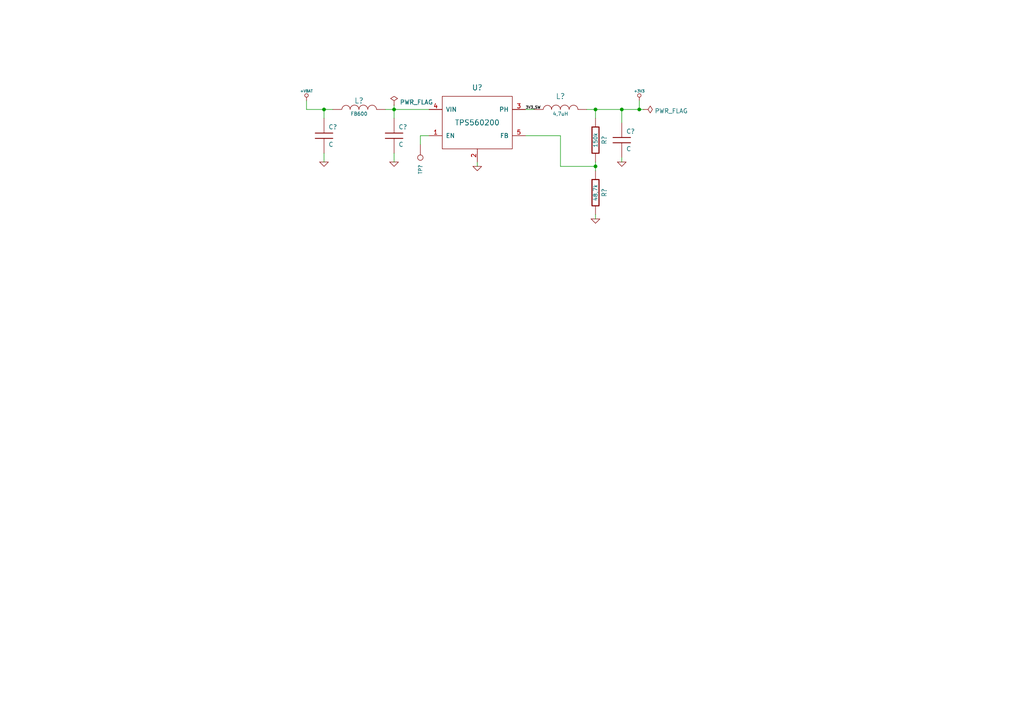
<source format=kicad_sch>
(kicad_sch (version 20211123) (generator eeschema)
  (paper "A4")
  (lib_symbols
    (symbol "INDUCTOR_1" (pin_numbers hide) (pin_names (offset 1.016) hide)
      (property "Reference" "L" (at -1.27 0 90))
      (property "Value" "INDUCTOR_1" (at 2.54 0 90))
      (symbol "INDUCTOR_1_0_1"
        (arc (start 0.0254 -5.0546) (mid 1.2449 -3.8097) (end 0.0254 -2.54))
        (arc (start 0.0254 -2.5146) (mid 1.2703 -1.2444) (end 0.0254 0.0508))
        (arc (start 0.0254 0.0254) (mid 1.2703 1.2956) (end 0.0254 2.5908))
        (arc (start 0.0254 2.5654) (mid 1.1941 3.7595) (end 0.0254 4.9784))
      )
      (symbol "INDUCTOR_1_1_1"
        (pin passive line (at 0 7.62 270) (length 2.54) (name "1") (number "1"))
        (pin passive line (at 0 -7.62 90) (length 2.54) (name "2") (number "2"))
      )
    )
    (symbol "carinsitu:+3V3" (power) (pin_names (offset 0))
      (property "Value" "+3V3" (at 0 2.794 0))
      (symbol "+3V3_0_0"
        (pin power_in line (at 0 0 90) (length 0) hide (name "+3V3") (number "1"))
      )
      (symbol "+3V3_0_1"
        (polyline (pts (xy 0 0) (xy 0 1.016) (xy 0 1.016)))
        (circle (center 0 1.524) (radius 0.508))
      )
    )
    (symbol "carinsitu:+VBAT" (power) (pin_names (offset 0))
      (property "Value" "+VBAT" (at 0 2.794 0))
      (symbol "+VBAT_0_0"
        (pin power_in line (at 0 0 90) (length 0) hide (name "+VBAT") (number "1"))
      )
      (symbol "+VBAT_0_1"
        (polyline (pts (xy 0 0) (xy 0 1.016) (xy 0 1.016)))
        (circle (center 0 1.524) (radius 0.508))
      )
    )
    (symbol "carinsitu:C" (pin_numbers hide) (pin_names (offset 0.254))
      (property "Reference" "C" (at 1.27 2.54 0))
      (property "Value" "C" (at 1.27 -2.54 0))
      (symbol "C_0_1"
        (polyline (pts (xy -2.54 -0.762) (xy 2.54 -0.762)) (stroke (width 0.254)))
        (polyline (pts (xy -2.54 0.762) (xy 2.54 0.762)) (stroke (width 0.254)))
      )
      (symbol "C_1_1"
        (pin passive line (at 0 5.08 270) (length 4.318) (name "~") (number "1"))
        (pin passive line (at 0 -5.08 90) (length 4.318) (name "~") (number "2"))
      )
    )
    (symbol "carinsitu:CONN_1" (pin_numbers hide) (pin_names (offset 0.762) hide)
      (property "Reference" "P" (at 2.032 0 0))
      (symbol "CONN_1_0_1"
        (polyline (pts (xy -0.762 0) (xy -1.27 0)))
        (circle (center 0 0) (radius 0.7874))
      )
      (symbol "CONN_1_1_1"
        (pin passive line (at -3.81 0 0) (length 2.54) (name "1") (number "1"))
      )
    )
    (symbol "carinsitu:GND" (power) (pin_names (offset 0))
      (symbol "GND_0_1"
        (polyline (pts (xy -1.27 0) (xy 0 -1.27) (xy 1.27 0) (xy -1.27 0)))
      )
      (symbol "GND_1_1"
        (pin power_in line (at 0 0 90) (length 0) hide (name "GND") (number "1"))
      )
    )
    (symbol "carinsitu:INDUCTOR" (pin_numbers hide) (pin_names (offset 1.016) hide)
      (property "Reference" "L" (at -1.27 0 90))
      (property "Value" "INDUCTOR" (at 2.54 0 90))
      (symbol "INDUCTOR_0_1"
        (arc (start 0.0254 -5.0546) (mid 1.2449 -3.8097) (end 0.0254 -2.54))
        (arc (start 0.0254 -2.5146) (mid 1.2703 -1.2444) (end 0.0254 0.0508))
        (arc (start 0.0254 0.0254) (mid 1.2703 1.2956) (end 0.0254 2.5908))
        (arc (start 0.0254 2.5654) (mid 1.1941 3.7595) (end 0.0254 4.9784))
      )
      (symbol "INDUCTOR_1_1"
        (pin passive line (at 0 7.62 270) (length 2.54) (name "1") (number "1"))
        (pin passive line (at 0 -7.62 90) (length 2.54) (name "2") (number "2"))
      )
    )
    (symbol "carinsitu:R" (pin_numbers hide) (pin_names (offset 0))
      (property "Reference" "R" (at 2.032 0 90))
      (property "Value" "R" (at 0 0 90))
      (symbol "R_0_1"
        (rectangle (start -1.016 3.81) (end 1.016 -3.81) (stroke (width 0.3048)))
      )
      (symbol "R_1_1"
        (pin passive line (at 0 6.35 270) (length 2.54) (name "~") (number "1"))
        (pin passive line (at 0 -6.35 90) (length 2.54) (name "~") (number "2"))
      )
    )
    (symbol "carinsitu:TPS560200" (pin_names (offset 1.016))
      (property "Reference" "U" (at 0 10.16 0))
      (property "Value" "TPS560200" (at 0 0 0))
      (symbol "TPS560200_0_1"
        (rectangle (start -10.16 -7.62) (end 10.16 7.62))
      )
      (symbol "TPS560200_1_1"
        (pin input line (at -13.97 -3.81 0) (length 3.81) (name "EN") (number "1"))
        (pin power_in line (at 0 -11.43 90) (length 3.81) (name "~") (number "2"))
        (pin power_out line (at 13.97 3.81 180) (length 3.81) (name "PH") (number "3"))
        (pin power_in line (at -13.97 3.81 0) (length 3.81) (name "VIN") (number "4"))
        (pin input line (at 13.97 -3.81 180) (length 3.81) (name "FB") (number "5"))
      )
    )
    (symbol "power:PWR_FLAG" (power) (pin_numbers hide) (pin_names (offset 0) hide)
      (property "Value" "PWR_FLAG" (at 0 3.81 0))
      (symbol "PWR_FLAG_0_0"
        (pin power_out line (at 0 0 90) (length 0) (name "pwr") (number "1"))
      )
      (symbol "PWR_FLAG_0_1"
        (polyline (pts (xy 0 0) (xy 0 1.27) (xy -1.016 1.905) (xy 0 2.54) (xy 1.016 1.905) (xy 0 1.27)))
      )
    )
  )
  (junction (at 185.42 31.75))
  (junction (at 180.34 31.75))
  (junction (at 172.72 31.75))
  (junction (at 93.98 31.75))
  (junction (at 114.3 31.75))
  (junction (at 172.72 48.26))
  (wire (pts (xy 180.34 31.75) (xy 185.42 31.75)))
  (wire (pts (xy 88.9 31.75) (xy 93.98 31.75)))
  (wire (pts (xy 114.3 30.48) (xy 114.3 31.75)))
  (wire (pts (xy 121.92 41.91) (xy 121.92 39.37)))
  (wire (pts (xy 162.56 39.37) (xy 152.4 39.37)))
  (wire (pts (xy 114.3 46.99) (xy 114.3 44.45)))
  (wire (pts (xy 114.3 31.75) (xy 124.46 31.75)))
  (wire (pts (xy 114.3 34.29) (xy 114.3 31.75)))
  (wire (pts (xy 93.98 34.29) (xy 93.98 31.75)))
  (wire (pts (xy 152.4 31.75) (xy 154.94 31.75)))
  (wire (pts (xy 172.72 49.53) (xy 172.72 48.26)))
  (wire (pts (xy 172.72 48.26) (xy 162.56 48.26)))
  (wire (pts (xy 172.72 48.26) (xy 172.72 46.99)))
  (wire (pts (xy 88.9 29.21) (xy 88.9 31.75)))
  (wire (pts (xy 170.18 31.75) (xy 172.72 31.75)))
  (wire (pts (xy 162.56 48.26) (xy 162.56 39.37)))
  (wire (pts (xy 121.92 39.37) (xy 124.46 39.37)))
  (wire (pts (xy 138.43 48.26) (xy 138.43 46.99)))
  (wire (pts (xy 172.72 63.5) (xy 172.72 62.23)))
  (wire (pts (xy 111.76 31.75) (xy 114.3 31.75)))
  (wire (pts (xy 180.34 31.75) (xy 180.34 35.56)))
  (wire (pts (xy 185.42 31.75) (xy 185.42 29.21)))
  (wire (pts (xy 185.42 31.75) (xy 186.69 31.75)))
  (wire (pts (xy 93.98 31.75) (xy 96.52 31.75)))
  (wire (pts (xy 172.72 34.29) (xy 172.72 31.75)))
  (wire (pts (xy 172.72 31.75) (xy 180.34 31.75)))
  (wire (pts (xy 93.98 46.99) (xy 93.98 44.45)))
  (wire (pts (xy 180.34 46.99) (xy 180.34 45.72)))
  (label "3V3_SW" (at 152.4 31.75 0) (effects (font (size 0.762 0.762))))
  (symbol (lib_id "carinsitu:R") (at 172.72 40.64 0) (unit 1)
    (property "Reference" "R?" (at 175.26 40.64 90))
    (property "Value" "150k" (at 172.72 40.64 90) (effects (font (size 1.143 1.143))))
    (property "Footprint" "carinsitu:SMD0603" (effects hide))
  )
  (symbol (lib_id "carinsitu:GND") (at 93.98 46.99 0) (unit 1)
    (property "Reference" "#PWR?" (effects hide))
    (property "Value" "GND" (effects hide))
  )
  (symbol (lib_id "carinsitu:TPS560200") (at 138.43 35.56 0) (unit 1)
    (property "Reference" "U?" (at 138.43 25.4 0) (effects (font (size 1.524 1.524))))
    (property "Value" "TPS560200" (at 138.43 35.56 0) (effects (font (size 1.524 1.524))))
    (property "Footprint" "carinsitu:SOT23-5" (effects hide))
  )
  (symbol (lib_id "carinsitu:GND") (at 114.3 46.99 0) (unit 1)
    (property "Reference" "#PWR?" (effects hide))
    (property "Value" "GND" (effects hide))
  )
  (symbol (lib_id "carinsitu:C") (at 180.34 40.64 0) (unit 1)
    (property "Reference" "C?" (at 181.61 38.1 0) (effects (justify left)))
    (property "Value" "C" (at 181.61 43.18 0) (effects (justify left)))
    (property "Footprint" "carinsitu:SMD1210" (effects hide))
  )
  (symbol (lib_id "carinsitu:+3V3") (at 185.42 29.21 0) (unit 1)
    (property "Reference" "#PWR?" (effects hide))
    (property "Value" "+3V3" (at 185.42 26.416 0) (effects (font (size 0.762 0.762))))
  )
  (symbol (lib_id "carinsitu:R") (at 172.72 55.88 0) (unit 1)
    (property "Reference" "R?" (at 175.26 55.88 90))
    (property "Value" "48,7k" (at 172.72 55.88 90) (effects (font (size 1.143 1.143))))
    (property "Footprint" "carinsitu:SMD0603" (effects hide))
  )
  (symbol (lib_id "carinsitu:GND") (at 172.72 63.5 0) (unit 1)
    (property "Reference" "#PWR?" (effects hide))
    (property "Value" "GND" (effects hide))
  )
  (symbol (lib_id "power:PWR_FLAG") (at 186.69 31.75 270) (unit 1)
    (property "Reference" "#FLG?" (effects hide))
    (property "Value" "PWR_FLAG" (at 189.865 32.1838 90) (effects (justify left)))
  )
  (symbol (lib_id "carinsitu:GND") (at 138.43 48.26 0) (unit 1)
    (property "Reference" "#PWR?" (effects hide))
    (property "Value" "GND" (effects hide))
  )
  (symbol (lib_id "carinsitu:GND") (at 180.34 46.99 0) (unit 1)
    (property "Reference" "#PWR?" (effects hide))
    (property "Value" "GND" (effects hide))
  )
  (symbol (lib_id "carinsitu:+VBAT") (at 88.9 29.21 0) (unit 1)
    (property "Reference" "#PWR?" (effects hide))
    (property "Value" "+VBAT" (at 88.9 26.416 0) (effects (font (size 0.762 0.762))))
  )
  (symbol (lib_id "carinsitu:C") (at 93.98 39.37 0) (unit 1)
    (property "Reference" "C?" (at 95.25 36.83 0) (effects (justify left)))
    (property "Value" "C" (at 95.25 41.91 0) (effects (justify left)))
    (property "Footprint" "carinsitu:SMD0805" (effects hide))
  )
  (symbol (lib_name "INDUCTOR_1") (lib_id "carinsitu:INDUCTOR") (at 104.14 31.75 90) (unit 1)
    (property "Reference" "L?" (at 104.14 29.21 90) (effects (font (size 1.524 1.524))))
    (property "Value" "FB600" (at 104.14 33.02 90) (effects (font (size 1.016 1.016))))
    (property "Footprint" "carinsitu:SMD0805" (effects hide))
  )
  (symbol (lib_id "carinsitu:C") (at 114.3 39.37 0) (unit 1)
    (property "Reference" "C?" (at 115.57 36.83 0) (effects (justify left)))
    (property "Value" "C" (at 115.57 41.91 0) (effects (justify left)))
    (property "Footprint" "carinsitu:SMD0805" (effects hide))
  )
  (symbol (lib_id "carinsitu:CONN_1") (at 121.92 45.72 270) (unit 1)
    (property "Reference" "TP?" (at 121.92 47.752 0) (effects (font (size 1.016 1.016)) (justify left)))
    (property "Value" "CONN_1" (effects hide))
    (property "Footprint" "carinsitu:TP_SMD" (effects hide))
  )
  (symbol (lib_id "carinsitu:INDUCTOR") (at 162.56 31.75 90) (unit 1)
    (property "Reference" "L?" (at 162.56 27.94 90) (effects (font (size 1.524 1.524))))
    (property "Value" "4,7uH" (at 162.56 33.02 90) (effects (font (size 1.016 1.016))))
    (property "Footprint" "carinsitu:I_TYS4012" (effects hide))
  )
  (symbol (lib_id "power:PWR_FLAG") (at 114.3 30.48 0) (mirror y) (unit 1)
    (property "Reference" "#FLG?" (effects hide))
    (property "Value" "PWR_FLAG" (at 115.951 29.6438 0) (effects (justify right)))
  )
)
</source>
